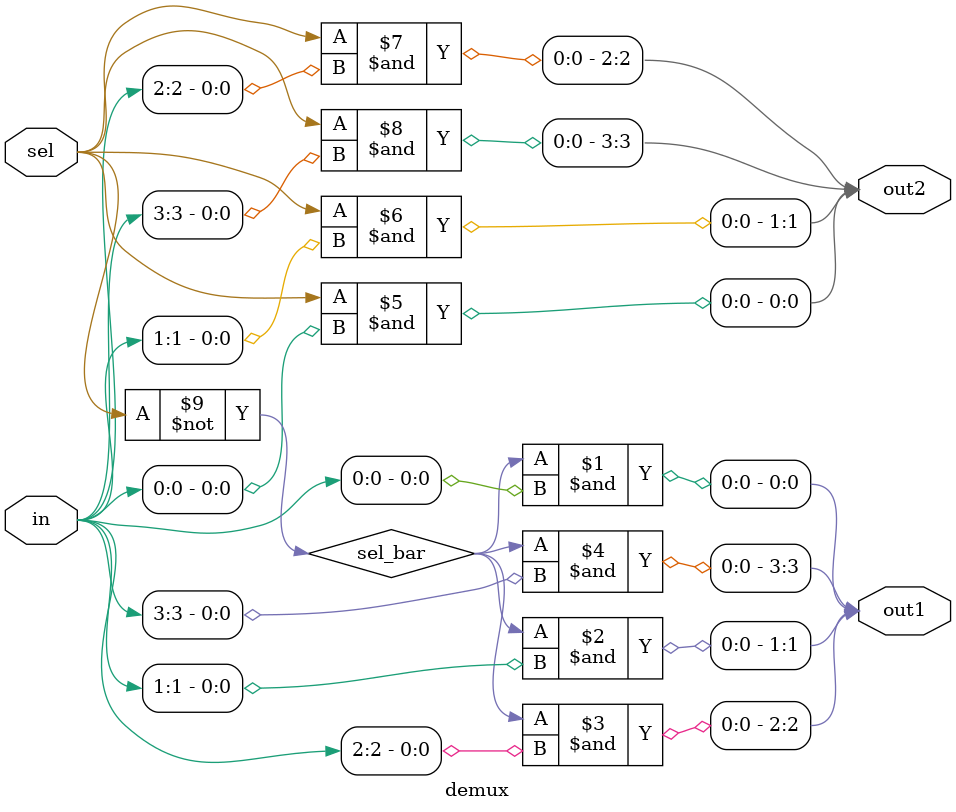
<source format=v>
`timescale 1ns/1ps

module Crossbar_4x4_4bit(in1, in2, in3, in4, out1, out2, out3, out4, control);
input [3:0] in1, in2, in3, in4;
input [4:0] control;
output [3:0] out1, out2, out3, out4;

wire [3:0] na,nb,nc,nd,ne,nf,ng,nh;
wire [4:0] rev_cont;
not not10[4:0](rev_cont,control);

Crossbar_2x2_4bit C1(in1[0],in2[0],control[0],na[0],nb[0]);
Crossbar_2x2_4bit C2(in1[1],in2[1],control[0],na[1],nb[1]);
Crossbar_2x2_4bit C3(in1[2],in2[2],control[0],na[2],nb[2]);
Crossbar_2x2_4bit C4(in1[3],in2[3],control[0],na[3],nb[3]);

//Crossbar_2x2_4bit C21(in1[0],in2[0],rev_control[0],na[0],nb[0]);
//Crossbar_2x2_4bit C22(in1[1],in2[1],control[0],na[1],nb[1]);
//Crossbar_2x2_4bit C23(in1[2],in2[2],control[0],na[2],nb[2]);
//Crossbar_2x2_4bit C24(in1[3],in2[3],control[0],na[3],nb[3]);

Crossbar_2x2_4bit C5(in3[0],in4[0],control[1],nc[0],nd[0]);
Crossbar_2x2_4bit C6(in3[1],in4[1],control[1],nc[1],nd[1]);
Crossbar_2x2_4bit C7(in3[2],in4[2],control[1],nc[2],nd[2]);
Crossbar_2x2_4bit C8(in3[3],in4[3],control[1],nc[3],nd[3]);

Crossbar_2x2_4bit C9(nb[0],nc[0],control[2],ne[0],nf[0]);
Crossbar_2x2_4bit C10(nb[1],nc[1],control[2],ne[1],nf[1]);
Crossbar_2x2_4bit C11(nb[2],nc[2],control[2],ne[2],nf[2]);
Crossbar_2x2_4bit C12(nb[3],nc[3],control[2],ne[3],nf[3]);

Crossbar_2x2_4bit C13(na[0],ne[0],control[3],out1[0],out2[0]);
Crossbar_2x2_4bit C14(na[1],ne[1],control[3],out1[1],out2[1]);
Crossbar_2x2_4bit C15(na[2],ne[2],control[3],out1[2],out2[2]);
Crossbar_2x2_4bit C16(na[3],ne[3],control[3],out1[3],out2[3]);

Crossbar_2x2_4bit C17(nf[0],nd[0],control[4],out3[0],out4[0]);
Crossbar_2x2_4bit C18(nf[1],nd[1],control[4],out3[1],out4[1]);
Crossbar_2x2_4bit C19(nf[2],nd[2],control[4],out3[2],out4[2]);
Crossbar_2x2_4bit C20(nf[3],nd[3],control[4],out3[3],out4[3]);




endmodule


module Crossbar_2x2_4bit(in1, in2, control, out1, out2);
input [3:0] in1, in2;
input control;
output [3:0] out1, out2;
wire[3:0] w1,w2,w3,w4;
wire control_bar;
not n1(control_bar,control);
demux d1(in1,control_bar,w1,w2);
demux d2(in2,control,w3,w4);
mux m1(w1,w3,control_bar,out1);
mux m2(w2,w4,control,out2);

endmodule

module mux(in1,in2,sel,out);
input [3:0] in1,in2;
input sel;
output [3:0] out;
wire sel_bar;
wire [3:0] w1,w2;
not n1(sel_bar,sel);

and a1(w1[0],sel_bar,in1[0]);
and a2(w1[1],sel_bar,in1[1]);
and a3(w1[2],sel_bar,in1[2]);
and a4(w1[3],sel_bar,in1[3]);

and a5(w2[0],sel,in2[0]);
and a6(w2[1],sel,in2[1]);
and a7(w2[2],sel,in2[2]);
and a8(w2[3],sel,in2[3]);
    
or o1[3:0](out,w1,w2);
    
endmodule

module demux(in,sel,out1,out2);
input[3:0] in;
input sel;
output[3:0] out1,out2;
wire sel_bar;
not n1(sel_bar,sel);

and a1(out1[0],sel_bar,in[0]);
and a2(out1[1],sel_bar,in[1]);
and a3(out1[2],sel_bar,in[2]);
and a4(out1[3],sel_bar,in[3]);

and a5(out2[0],sel,in[0]);
and a6(out2[1],sel,in[1]);
and a7(out2[2],sel,in[2]);
and a8(out2[3],sel,in[3]);

endmodule
</source>
